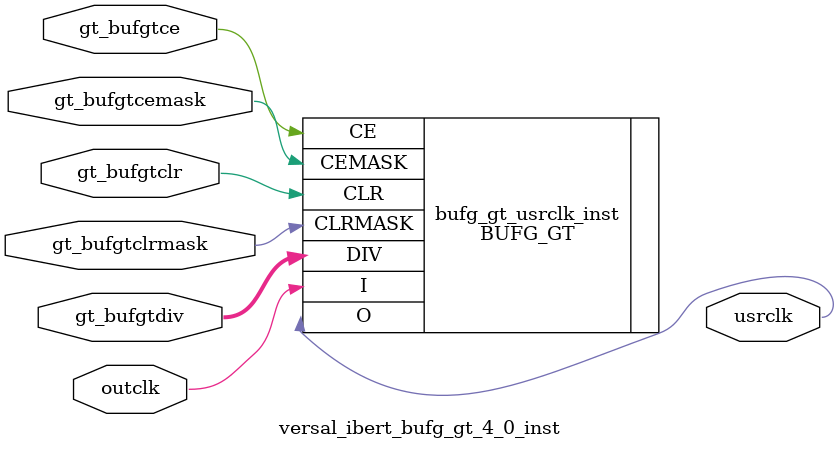
<source format=v>




`timescale 1ns / 1ps



module versal_ibert_bufg_gt_4_0_inst  (
    input outclk,
    input gt_bufgtce,
    input gt_bufgtcemask,
    input gt_bufgtclr,
    input gt_bufgtclrmask,
    input [2:0] gt_bufgtdiv,
    output usrclk
    );
     
      wire sync_ce;
      wire sync_clr;

      //BUFG_GT_SYNC sync_clr_ce (.CESYNC(sync_ce), .CLRSYNC(sync_clr), .CE(gt_bufgtce), .CLK(outclk), .CLR(gt_bufgtclr));
    //assign usrclk = outclk;
      BUFG_GT #(
        .SIM_DEVICE ("VERSAL_PREMIUM")
      ) bufg_gt_usrclk_inst (
        .CE      (gt_bufgtce),
        .CEMASK  (gt_bufgtcemask),
        .CLR     (gt_bufgtclr),
        .CLRMASK (gt_bufgtclrmask),
        .DIV     (gt_bufgtdiv),
        .I       (outclk),
        .O       (usrclk)
      );
endmodule
//------}

</source>
